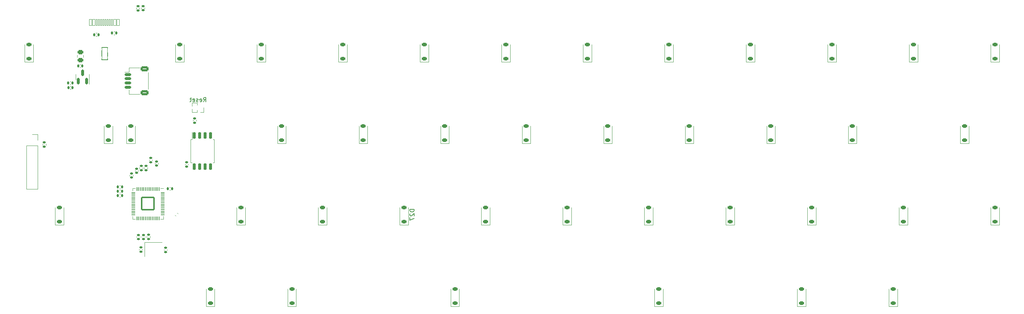
<source format=gbr>
%TF.GenerationSoftware,KiCad,Pcbnew,(7.0.0-0)*%
%TF.CreationDate,2023-04-18T09:58:13-04:00*%
%TF.ProjectId,pi0ii040,70693069-6930-4343-902e-6b696361645f,rev?*%
%TF.SameCoordinates,Original*%
%TF.FileFunction,Legend,Bot*%
%TF.FilePolarity,Positive*%
%FSLAX46Y46*%
G04 Gerber Fmt 4.6, Leading zero omitted, Abs format (unit mm)*
G04 Created by KiCad (PCBNEW (7.0.0-0)) date 2023-04-18 09:58:13*
%MOMM*%
%LPD*%
G01*
G04 APERTURE LIST*
G04 Aperture macros list*
%AMRoundRect*
0 Rectangle with rounded corners*
0 $1 Rounding radius*
0 $2 $3 $4 $5 $6 $7 $8 $9 X,Y pos of 4 corners*
0 Add a 4 corners polygon primitive as box body*
4,1,4,$2,$3,$4,$5,$6,$7,$8,$9,$2,$3,0*
0 Add four circle primitives for the rounded corners*
1,1,$1+$1,$2,$3*
1,1,$1+$1,$4,$5*
1,1,$1+$1,$6,$7*
1,1,$1+$1,$8,$9*
0 Add four rect primitives between the rounded corners*
20,1,$1+$1,$2,$3,$4,$5,0*
20,1,$1+$1,$4,$5,$6,$7,0*
20,1,$1+$1,$6,$7,$8,$9,0*
20,1,$1+$1,$8,$9,$2,$3,0*%
G04 Aperture macros list end*
%ADD10C,0.150000*%
%ADD11C,0.120000*%
%ADD12C,1.750000*%
%ADD13C,3.987800*%
%ADD14C,2.250000*%
%ADD15C,2.200000*%
%ADD16C,3.048000*%
%ADD17RoundRect,0.225000X0.375000X-0.225000X0.375000X0.225000X-0.375000X0.225000X-0.375000X-0.225000X0*%
%ADD18R,1.700000X1.700000*%
%ADD19O,1.700000X1.700000*%
%ADD20RoundRect,0.140000X0.170000X-0.140000X0.170000X0.140000X-0.170000X0.140000X-0.170000X-0.140000X0*%
%ADD21RoundRect,0.135000X-0.185000X0.135000X-0.185000X-0.135000X0.185000X-0.135000X0.185000X0.135000X0*%
%ADD22RoundRect,0.150000X0.150000X-0.587500X0.150000X0.587500X-0.150000X0.587500X-0.150000X-0.587500X0*%
%ADD23RoundRect,0.140000X0.140000X0.170000X-0.140000X0.170000X-0.140000X-0.170000X0.140000X-0.170000X0*%
%ADD24R,1.000000X1.000000*%
%ADD25O,1.000000X1.000000*%
%ADD26RoundRect,0.150000X-0.150000X0.650000X-0.150000X-0.650000X0.150000X-0.650000X0.150000X0.650000X0*%
%ADD27RoundRect,0.140000X-0.170000X0.140000X-0.170000X-0.140000X0.170000X-0.140000X0.170000X0.140000X0*%
%ADD28RoundRect,0.135000X0.135000X0.185000X-0.135000X0.185000X-0.135000X-0.185000X0.135000X-0.185000X0*%
%ADD29RoundRect,0.135000X-0.135000X-0.185000X0.135000X-0.185000X0.135000X0.185000X-0.135000X0.185000X0*%
%ADD30R,1.400000X1.200000*%
%ADD31RoundRect,0.135000X0.185000X-0.135000X0.185000X0.135000X-0.185000X0.135000X-0.185000X-0.135000X0*%
%ADD32RoundRect,0.050000X0.387500X0.050000X-0.387500X0.050000X-0.387500X-0.050000X0.387500X-0.050000X0*%
%ADD33RoundRect,0.050000X0.050000X0.387500X-0.050000X0.387500X-0.050000X-0.387500X0.050000X-0.387500X0*%
%ADD34RoundRect,0.144000X1.456000X1.456000X-1.456000X1.456000X-1.456000X-1.456000X1.456000X-1.456000X0*%
%ADD35R,0.700000X1.000000*%
%ADD36R,0.700000X0.600000*%
%ADD37RoundRect,0.140000X-0.219203X-0.021213X-0.021213X-0.219203X0.219203X0.021213X0.021213X0.219203X0*%
%ADD38RoundRect,0.150000X-0.625000X0.150000X-0.625000X-0.150000X0.625000X-0.150000X0.625000X0.150000X0*%
%ADD39RoundRect,0.250000X-0.650000X0.350000X-0.650000X-0.350000X0.650000X-0.350000X0.650000X0.350000X0*%
%ADD40C,0.750000*%
%ADD41RoundRect,0.050000X-0.300000X-0.725000X0.300000X-0.725000X0.300000X0.725000X-0.300000X0.725000X0*%
%ADD42RoundRect,0.050000X-0.150000X-0.725000X0.150000X-0.725000X0.150000X0.725000X-0.150000X0.725000X0*%
%ADD43O,1.100000X1.700000*%
%ADD44O,1.100000X2.200000*%
%ADD45RoundRect,0.243750X-0.456250X0.243750X-0.456250X-0.243750X0.456250X-0.243750X0.456250X0.243750X0*%
%ADD46RoundRect,0.140000X-0.140000X-0.170000X0.140000X-0.170000X0.140000X0.170000X-0.140000X0.170000X0*%
G04 APERTURE END LIST*
D10*
%TO.C,Reset*%
X70538095Y-78567380D02*
X70871428Y-78091190D01*
X71109523Y-78567380D02*
X71109523Y-77567380D01*
X71109523Y-77567380D02*
X70728571Y-77567380D01*
X70728571Y-77567380D02*
X70633333Y-77615000D01*
X70633333Y-77615000D02*
X70585714Y-77662619D01*
X70585714Y-77662619D02*
X70538095Y-77757857D01*
X70538095Y-77757857D02*
X70538095Y-77900714D01*
X70538095Y-77900714D02*
X70585714Y-77995952D01*
X70585714Y-77995952D02*
X70633333Y-78043571D01*
X70633333Y-78043571D02*
X70728571Y-78091190D01*
X70728571Y-78091190D02*
X71109523Y-78091190D01*
X69728571Y-78519761D02*
X69823809Y-78567380D01*
X69823809Y-78567380D02*
X70014285Y-78567380D01*
X70014285Y-78567380D02*
X70109523Y-78519761D01*
X70109523Y-78519761D02*
X70157142Y-78424523D01*
X70157142Y-78424523D02*
X70157142Y-78043571D01*
X70157142Y-78043571D02*
X70109523Y-77948333D01*
X70109523Y-77948333D02*
X70014285Y-77900714D01*
X70014285Y-77900714D02*
X69823809Y-77900714D01*
X69823809Y-77900714D02*
X69728571Y-77948333D01*
X69728571Y-77948333D02*
X69680952Y-78043571D01*
X69680952Y-78043571D02*
X69680952Y-78138809D01*
X69680952Y-78138809D02*
X70157142Y-78234047D01*
X69299999Y-78519761D02*
X69204761Y-78567380D01*
X69204761Y-78567380D02*
X69014285Y-78567380D01*
X69014285Y-78567380D02*
X68919047Y-78519761D01*
X68919047Y-78519761D02*
X68871428Y-78424523D01*
X68871428Y-78424523D02*
X68871428Y-78376904D01*
X68871428Y-78376904D02*
X68919047Y-78281666D01*
X68919047Y-78281666D02*
X69014285Y-78234047D01*
X69014285Y-78234047D02*
X69157142Y-78234047D01*
X69157142Y-78234047D02*
X69252380Y-78186428D01*
X69252380Y-78186428D02*
X69299999Y-78091190D01*
X69299999Y-78091190D02*
X69299999Y-78043571D01*
X69299999Y-78043571D02*
X69252380Y-77948333D01*
X69252380Y-77948333D02*
X69157142Y-77900714D01*
X69157142Y-77900714D02*
X69014285Y-77900714D01*
X69014285Y-77900714D02*
X68919047Y-77948333D01*
X68061904Y-78519761D02*
X68157142Y-78567380D01*
X68157142Y-78567380D02*
X68347618Y-78567380D01*
X68347618Y-78567380D02*
X68442856Y-78519761D01*
X68442856Y-78519761D02*
X68490475Y-78424523D01*
X68490475Y-78424523D02*
X68490475Y-78043571D01*
X68490475Y-78043571D02*
X68442856Y-77948333D01*
X68442856Y-77948333D02*
X68347618Y-77900714D01*
X68347618Y-77900714D02*
X68157142Y-77900714D01*
X68157142Y-77900714D02*
X68061904Y-77948333D01*
X68061904Y-77948333D02*
X68014285Y-78043571D01*
X68014285Y-78043571D02*
X68014285Y-78138809D01*
X68014285Y-78138809D02*
X68490475Y-78234047D01*
X67728570Y-77900714D02*
X67347618Y-77900714D01*
X67585713Y-77567380D02*
X67585713Y-78424523D01*
X67585713Y-78424523D02*
X67538094Y-78519761D01*
X67538094Y-78519761D02*
X67442856Y-78567380D01*
X67442856Y-78567380D02*
X67347618Y-78567380D01*
%TO.C,D27*%
X119756130Y-103766339D02*
X118756130Y-103766339D01*
X118756130Y-103766339D02*
X118756130Y-104004434D01*
X118756130Y-104004434D02*
X118803750Y-104147291D01*
X118803750Y-104147291D02*
X118898988Y-104242529D01*
X118898988Y-104242529D02*
X118994226Y-104290148D01*
X118994226Y-104290148D02*
X119184702Y-104337767D01*
X119184702Y-104337767D02*
X119327559Y-104337767D01*
X119327559Y-104337767D02*
X119518035Y-104290148D01*
X119518035Y-104290148D02*
X119613273Y-104242529D01*
X119613273Y-104242529D02*
X119708511Y-104147291D01*
X119708511Y-104147291D02*
X119756130Y-104004434D01*
X119756130Y-104004434D02*
X119756130Y-103766339D01*
X118851369Y-104718720D02*
X118803750Y-104766339D01*
X118803750Y-104766339D02*
X118756130Y-104861577D01*
X118756130Y-104861577D02*
X118756130Y-105099672D01*
X118756130Y-105099672D02*
X118803750Y-105194910D01*
X118803750Y-105194910D02*
X118851369Y-105242529D01*
X118851369Y-105242529D02*
X118946607Y-105290148D01*
X118946607Y-105290148D02*
X119041845Y-105290148D01*
X119041845Y-105290148D02*
X119184702Y-105242529D01*
X119184702Y-105242529D02*
X119756130Y-104671101D01*
X119756130Y-104671101D02*
X119756130Y-105290148D01*
X118756130Y-105623482D02*
X118756130Y-106290148D01*
X118756130Y-106290148D02*
X119756130Y-105861577D01*
D11*
%TO.C,D30*%
X173538750Y-107340625D02*
X173538750Y-103330625D01*
X175538750Y-107340625D02*
X173538750Y-107340625D01*
X175538750Y-107340625D02*
X175538750Y-103330625D01*
%TO.C,J2*%
X31830000Y-99015000D02*
X29170000Y-99015000D01*
X31830000Y-88795000D02*
X31830000Y-99015000D01*
X31830000Y-88795000D02*
X29170000Y-88795000D01*
X31830000Y-87525000D02*
X31830000Y-86195000D01*
X31830000Y-86195000D02*
X30500000Y-86195000D01*
X29170000Y-88795000D02*
X29170000Y-99015000D01*
%TO.C,D8*%
X178301250Y-69240625D02*
X178301250Y-65230625D01*
X180301250Y-69240625D02*
X178301250Y-69240625D01*
X180301250Y-69240625D02*
X180301250Y-65230625D01*
%TO.C,D37*%
X128295000Y-126390625D02*
X128295000Y-122380625D01*
X130295000Y-126390625D02*
X128295000Y-126390625D01*
X130295000Y-126390625D02*
X130295000Y-122380625D01*
%TO.C,C_3V-Decoup2*%
X53340000Y-95907836D02*
X53340000Y-95692164D01*
X54060000Y-95907836D02*
X54060000Y-95692164D01*
%TO.C,D14*%
X52563750Y-88290625D02*
X52563750Y-84280625D01*
X54563750Y-88290625D02*
X52563750Y-88290625D01*
X54563750Y-88290625D02*
X54563750Y-84280625D01*
%TO.C,D40*%
X230688750Y-126390625D02*
X230688750Y-122380625D01*
X232688750Y-126390625D02*
X230688750Y-126390625D01*
X232688750Y-126390625D02*
X232688750Y-122380625D01*
%TO.C,R_Shield1*%
X55630000Y-56576359D02*
X55630000Y-56883641D01*
X54870000Y-56576359D02*
X54870000Y-56883641D01*
%TO.C,D28*%
X135438750Y-107340625D02*
X135438750Y-103330625D01*
X137438750Y-107340625D02*
X135438750Y-107340625D01*
X137438750Y-107340625D02*
X137438750Y-103330625D01*
%TO.C,U4*%
X40710000Y-72787500D02*
X40710000Y-73437500D01*
X40710000Y-72787500D02*
X40710000Y-72137500D01*
X43830000Y-72787500D02*
X43830000Y-74462500D01*
X43830000Y-72787500D02*
X43830000Y-72137500D01*
%TO.C,D24*%
X35895000Y-107340625D02*
X35895000Y-103330625D01*
X37895000Y-107340625D02*
X35895000Y-107340625D01*
X37895000Y-107340625D02*
X37895000Y-103330625D01*
%TO.C,C_Crystal2*%
X55540000Y-113227836D02*
X55540000Y-113012164D01*
X56260000Y-113227836D02*
X56260000Y-113012164D01*
%TO.C,C_3V-Decoup5*%
X51127836Y-99860000D02*
X50912164Y-99860000D01*
X51127836Y-99140000D02*
X50912164Y-99140000D01*
%TO.C,C_1V-Decoup2*%
X59240000Y-93127836D02*
X59240000Y-92912164D01*
X59960000Y-93127836D02*
X59960000Y-92912164D01*
%TO.C,D29*%
X154488750Y-107340625D02*
X154488750Y-103330625D01*
X156488750Y-107340625D02*
X154488750Y-107340625D01*
X156488750Y-107340625D02*
X156488750Y-103330625D01*
%TO.C,D3*%
X83051250Y-69240625D02*
X83051250Y-65230625D01*
X85051250Y-69240625D02*
X83051250Y-69240625D01*
X85051250Y-69240625D02*
X85051250Y-65230625D01*
%TO.C,D4*%
X102101250Y-69240625D02*
X102101250Y-65230625D01*
X104101250Y-69240625D02*
X102101250Y-69240625D01*
X104101250Y-69240625D02*
X104101250Y-65230625D01*
%TO.C,D35*%
X71145000Y-126390625D02*
X71145000Y-122380625D01*
X73145000Y-126390625D02*
X71145000Y-126390625D01*
X73145000Y-126390625D02*
X73145000Y-122380625D01*
%TO.C,D20*%
X183063750Y-88290625D02*
X183063750Y-84280625D01*
X185063750Y-88290625D02*
X183063750Y-88290625D01*
X185063750Y-88290625D02*
X185063750Y-84280625D01*
%TO.C,D31*%
X192588750Y-107340625D02*
X192588750Y-103330625D01*
X194588750Y-107340625D02*
X192588750Y-107340625D01*
X194588750Y-107340625D02*
X194588750Y-103330625D01*
%TO.C,Reset*%
X67885000Y-81060000D02*
X67885000Y-80257530D01*
X69090000Y-81060000D02*
X67885000Y-81060000D01*
X69090000Y-81060000D02*
X69090000Y-80513471D01*
X69850000Y-81060000D02*
X70610000Y-81060000D01*
X70610000Y-81060000D02*
X70610000Y-79950000D01*
X67885000Y-79642470D02*
X67885000Y-78840000D01*
X69090000Y-79386529D02*
X69090000Y-78840000D01*
X69090000Y-78840000D02*
X67885000Y-78840000D01*
%TO.C,U2*%
X73020000Y-87375000D02*
X72760000Y-87375000D01*
X67830000Y-87375000D02*
X67830000Y-85700000D01*
X67570000Y-87375000D02*
X67830000Y-87375000D01*
X73020000Y-90100000D02*
X73020000Y-87375000D01*
X73020000Y-90100000D02*
X73020000Y-92825000D01*
X67570000Y-90100000D02*
X67570000Y-87375000D01*
X67570000Y-90100000D02*
X67570000Y-92825000D01*
X73020000Y-92825000D02*
X72760000Y-92825000D01*
X67570000Y-92825000D02*
X67830000Y-92825000D01*
%TO.C,C_3V-Decoup8*%
X56860000Y-110072164D02*
X56860000Y-110287836D01*
X56140000Y-110072164D02*
X56140000Y-110287836D01*
%TO.C,C_Crystal1*%
X62060000Y-113092164D02*
X62060000Y-113307836D01*
X61340000Y-113092164D02*
X61340000Y-113307836D01*
%TO.C,R_USB1*%
X45653641Y-63280000D02*
X45346359Y-63280000D01*
X45653641Y-62520000D02*
X45346359Y-62520000D01*
%TO.C,D19*%
X164013750Y-88290625D02*
X164013750Y-84280625D01*
X166013750Y-88290625D02*
X164013750Y-88290625D01*
X166013750Y-88290625D02*
X166013750Y-84280625D01*
%TO.C,R_USB2*%
X49546359Y-62120000D02*
X49853641Y-62120000D01*
X49546359Y-62880000D02*
X49853641Y-62880000D01*
%TO.C,D39*%
X209257500Y-126390625D02*
X209257500Y-122380625D01*
X211257500Y-126390625D02*
X209257500Y-126390625D01*
X211257500Y-126390625D02*
X211257500Y-122380625D01*
%TO.C,D17*%
X125913750Y-88290625D02*
X125913750Y-84280625D01*
X127913750Y-88290625D02*
X125913750Y-88290625D01*
X127913750Y-88290625D02*
X127913750Y-84280625D01*
%TO.C,D10*%
X216401250Y-69240625D02*
X216401250Y-65230625D01*
X218401250Y-69240625D02*
X216401250Y-69240625D01*
X218401250Y-69240625D02*
X218401250Y-65230625D01*
%TO.C,Y1*%
X56800000Y-111400000D02*
X60800000Y-111400000D01*
X56800000Y-114700000D02*
X56800000Y-111400000D01*
%TO.C,D2*%
X64001250Y-69240625D02*
X64001250Y-65230625D01*
X66001250Y-69240625D02*
X64001250Y-69240625D01*
X66001250Y-69240625D02*
X66001250Y-65230625D01*
%TO.C,R_RST1*%
X32970000Y-88703641D02*
X32970000Y-88396359D01*
X33730000Y-88703641D02*
X33730000Y-88396359D01*
%TO.C,D36*%
X90195000Y-126390625D02*
X90195000Y-122380625D01*
X92195000Y-126390625D02*
X90195000Y-126390625D01*
X92195000Y-126390625D02*
X92195000Y-122380625D01*
%TO.C,C_3V-Decoup1*%
X39557836Y-75630000D02*
X39342164Y-75630000D01*
X39557836Y-74910000D02*
X39342164Y-74910000D01*
%TO.C,U1*%
X61172500Y-106010000D02*
X61172500Y-105360000D01*
X60522500Y-106010000D02*
X61172500Y-106010000D01*
X60522500Y-98790000D02*
X61172500Y-98790000D01*
X54602500Y-106010000D02*
X53952500Y-106010000D01*
X54602500Y-98790000D02*
X53952500Y-98790000D01*
X53952500Y-106010000D02*
X53952500Y-105360000D01*
X53952500Y-98790000D02*
X53952500Y-99440000D01*
D10*
%TO.C,U3*%
X48100000Y-68750000D02*
X46800000Y-68750000D01*
X48100000Y-65850000D02*
X48100000Y-68750000D01*
X46800000Y-65850000D02*
X48100000Y-65850000D01*
X46800000Y-65850000D02*
X46800000Y-68750000D01*
D11*
%TO.C,R_Crystal1*%
X57320000Y-110343641D02*
X57320000Y-110036359D01*
X58080000Y-110343641D02*
X58080000Y-110036359D01*
%TO.C,C_1V-Decoup3*%
X55660000Y-110072164D02*
X55660000Y-110287836D01*
X54940000Y-110072164D02*
X54940000Y-110287836D01*
%TO.C,R_DATA1*%
X57480000Y-93936359D02*
X57480000Y-94243641D01*
X56720000Y-93936359D02*
X56720000Y-94243641D01*
%TO.C,C_3V-Decoup7*%
X51127836Y-98860000D02*
X50912164Y-98860000D01*
X51127836Y-98140000D02*
X50912164Y-98140000D01*
%TO.C,D1*%
X28751250Y-69240625D02*
X28751250Y-65230625D01*
X30751250Y-69240625D02*
X28751250Y-69240625D01*
X30751250Y-69240625D02*
X30751250Y-65230625D01*
%TO.C,D13*%
X47332500Y-88290625D02*
X47332500Y-84280625D01*
X49332500Y-88290625D02*
X47332500Y-88290625D01*
X49332500Y-88290625D02*
X49332500Y-84280625D01*
%TO.C,C_Shield1*%
X56040000Y-56827836D02*
X56040000Y-56612164D01*
X56760000Y-56827836D02*
X56760000Y-56612164D01*
%TO.C,D5*%
X121151250Y-69240625D02*
X121151250Y-65230625D01*
X123151250Y-69240625D02*
X121151250Y-69240625D01*
X123151250Y-69240625D02*
X123151250Y-65230625D01*
%TO.C,D18*%
X144963750Y-88290625D02*
X144963750Y-84280625D01*
X146963750Y-88290625D02*
X144963750Y-88290625D01*
X146963750Y-88290625D02*
X146963750Y-84280625D01*
%TO.C,D22*%
X221163750Y-88290625D02*
X221163750Y-84280625D01*
X223163750Y-88290625D02*
X221163750Y-88290625D01*
X223163750Y-88290625D02*
X223163750Y-84280625D01*
%TO.C,D12*%
X254501250Y-69240625D02*
X254501250Y-65230625D01*
X256501250Y-69240625D02*
X254501250Y-69240625D01*
X256501250Y-69240625D02*
X256501250Y-65230625D01*
%TO.C,C_3V-Decoup9*%
X64378307Y-104569190D02*
X64530810Y-104721693D01*
X63869190Y-105078307D02*
X64021693Y-105230810D01*
%TO.C,D7*%
X159251250Y-69240625D02*
X159251250Y-65230625D01*
X161251250Y-69240625D02*
X159251250Y-69240625D01*
X161251250Y-69240625D02*
X161251250Y-65230625D01*
%TO.C,J1*%
X55615000Y-70590000D02*
X53115000Y-70590000D01*
X53115000Y-70590000D02*
X53115000Y-71640000D01*
X53115000Y-71640000D02*
X52125000Y-71640000D01*
X57585000Y-71760000D02*
X57585000Y-75640000D01*
X55615000Y-76810000D02*
X53115000Y-76810000D01*
X53115000Y-76810000D02*
X53115000Y-75760000D01*
%TO.C,D34*%
X254501250Y-107340625D02*
X254501250Y-103330625D01*
X256501250Y-107340625D02*
X254501250Y-107340625D01*
X256501250Y-107340625D02*
X256501250Y-103330625D01*
%TO.C,C_1V-Decoup1*%
X54540000Y-94807836D02*
X54540000Y-94592164D01*
X55260000Y-94807836D02*
X55260000Y-94592164D01*
%TO.C,R_Flash1*%
X68880000Y-82806359D02*
X68880000Y-83113641D01*
X68120000Y-82806359D02*
X68120000Y-83113641D01*
%TO.C,D9*%
X197351250Y-69240625D02*
X197351250Y-65230625D01*
X199351250Y-69240625D02*
X197351250Y-69240625D01*
X199351250Y-69240625D02*
X199351250Y-65230625D01*
%TO.C,C_3V-Decoup4*%
X51127836Y-100860000D02*
X50912164Y-100860000D01*
X51127836Y-100140000D02*
X50912164Y-100140000D01*
%TO.C,D6*%
X140201250Y-69240625D02*
X140201250Y-65230625D01*
X142201250Y-69240625D02*
X140201250Y-69240625D01*
X142201250Y-69240625D02*
X142201250Y-65230625D01*
%TO.C,D11*%
X235451250Y-69240625D02*
X235451250Y-65230625D01*
X237451250Y-69240625D02*
X235451250Y-69240625D01*
X237451250Y-69240625D02*
X237451250Y-65230625D01*
%TO.C,C_Flash1*%
X66240000Y-93327836D02*
X66240000Y-93112164D01*
X66960000Y-93327836D02*
X66960000Y-93112164D01*
%TO.C,D25*%
X78288750Y-107340625D02*
X78288750Y-103330625D01*
X80288750Y-107340625D02*
X78288750Y-107340625D01*
X80288750Y-107340625D02*
X80288750Y-103330625D01*
%TO.C,D16*%
X106863750Y-88290625D02*
X106863750Y-84280625D01*
X108863750Y-88290625D02*
X106863750Y-88290625D01*
X108863750Y-88290625D02*
X108863750Y-84280625D01*
%TO.C,D15*%
X87813750Y-88290625D02*
X87813750Y-84280625D01*
X89813750Y-88290625D02*
X87813750Y-88290625D01*
X89813750Y-88290625D02*
X89813750Y-84280625D01*
%TO.C,C_3V-Decoup3*%
X57840000Y-92327836D02*
X57840000Y-92112164D01*
X58560000Y-92327836D02*
X58560000Y-92112164D01*
%TO.C,D23*%
X247357500Y-88290625D02*
X247357500Y-84280625D01*
X249357500Y-88290625D02*
X247357500Y-88290625D01*
X249357500Y-88290625D02*
X249357500Y-84280625D01*
%TO.C,D33*%
X233070000Y-107340625D02*
X233070000Y-103330625D01*
X235070000Y-107340625D02*
X233070000Y-107340625D01*
X235070000Y-107340625D02*
X235070000Y-103330625D01*
%TO.C,C_LDO1*%
X41827836Y-70560000D02*
X41612164Y-70560000D01*
X41827836Y-69840000D02*
X41612164Y-69840000D01*
%TO.C,C_LDO2*%
X39527836Y-74530000D02*
X39312164Y-74530000D01*
X39527836Y-73810000D02*
X39312164Y-73810000D01*
%TO.C,F1*%
X42460000Y-67691422D02*
X42460000Y-68208578D01*
X41040000Y-67691422D02*
X41040000Y-68208578D01*
%TO.C,D26*%
X97338750Y-107340625D02*
X97338750Y-103330625D01*
X99338750Y-107340625D02*
X97338750Y-107340625D01*
X99338750Y-107340625D02*
X99338750Y-103330625D01*
%TO.C,D27*%
X116388750Y-107340625D02*
X116388750Y-103330625D01*
X118388750Y-107340625D02*
X116388750Y-107340625D01*
X118388750Y-107340625D02*
X118388750Y-103330625D01*
%TO.C,R_DATA2*%
X56380000Y-93936359D02*
X56380000Y-94243641D01*
X55620000Y-93936359D02*
X55620000Y-94243641D01*
%TO.C,D21*%
X202113750Y-88290625D02*
X202113750Y-84280625D01*
X204113750Y-88290625D02*
X202113750Y-88290625D01*
X204113750Y-88290625D02*
X204113750Y-84280625D01*
%TO.C,D32*%
X211638750Y-107340625D02*
X211638750Y-103330625D01*
X213638750Y-107340625D02*
X211638750Y-107340625D01*
X213638750Y-107340625D02*
X213638750Y-103330625D01*
%TO.C,D38*%
X175920000Y-126390625D02*
X175920000Y-122380625D01*
X177920000Y-126390625D02*
X175920000Y-126390625D01*
X177920000Y-126390625D02*
X177920000Y-122380625D01*
%TO.C,C_3V-Decoup6*%
X62592164Y-98540000D02*
X62807836Y-98540000D01*
X62592164Y-99260000D02*
X62807836Y-99260000D01*
%TD*%
%LPC*%
D12*
%TO.C,MX40*%
X216127500Y-122030625D03*
D13*
X221207500Y-122030625D03*
D12*
X226287500Y-122030625D03*
D14*
X217397500Y-119490625D03*
X223747500Y-116950625D03*
%TD*%
D15*
%TO.C,REF\u002A\u002A*%
X73961208Y-112870529D03*
%TD*%
D12*
%TO.C,MX27*%
X104208750Y-102980625D03*
D13*
X109288750Y-102980625D03*
D12*
X114368750Y-102980625D03*
D14*
X105478750Y-100440625D03*
X111828750Y-97900625D03*
%TD*%
D12*
%TO.C,MX35*%
X58965000Y-122030625D03*
D13*
X64045000Y-122030625D03*
D12*
X69125000Y-122030625D03*
D14*
X60235000Y-119490625D03*
X66585000Y-116950625D03*
%TD*%
D13*
%TO.C,MX38*%
X156913750Y-113775625D03*
D16*
X156913750Y-129015625D03*
D12*
X163740000Y-122030625D03*
D13*
X168820000Y-122030625D03*
D12*
X173900000Y-122030625D03*
D13*
X180726250Y-113775625D03*
D16*
X180726250Y-129015625D03*
D14*
X165010000Y-119490625D03*
X171360000Y-116950625D03*
%TD*%
D12*
%TO.C,MX39*%
X197077500Y-122030625D03*
D13*
X202157500Y-122030625D03*
D12*
X207237500Y-122030625D03*
D14*
X198347500Y-119490625D03*
X204697500Y-116950625D03*
%TD*%
D12*
%TO.C,MX18*%
X132783750Y-83930625D03*
D13*
X137863750Y-83930625D03*
D12*
X142943750Y-83930625D03*
D14*
X134053750Y-81390625D03*
X140403750Y-78850625D03*
%TD*%
D12*
%TO.C,MX15*%
X75633750Y-83930625D03*
D13*
X80713750Y-83930625D03*
D12*
X85793750Y-83930625D03*
D14*
X76903750Y-81390625D03*
X83253750Y-78850625D03*
%TD*%
D12*
%TO.C,MX23*%
X235177500Y-83930625D03*
D13*
X240257500Y-83930625D03*
D12*
X245337500Y-83930625D03*
D14*
X236447500Y-81390625D03*
X242797500Y-78850625D03*
%TD*%
D12*
%TO.C,MX35*%
X56583750Y-122030625D03*
D13*
X61663750Y-122030625D03*
D12*
X66743750Y-122030625D03*
D14*
X57853750Y-119490625D03*
X64203750Y-116950625D03*
%TD*%
D12*
%TO.C,MX2*%
X51821250Y-64880625D03*
D13*
X56901250Y-64880625D03*
D12*
X61981250Y-64880625D03*
D14*
X53091250Y-62340625D03*
X59441250Y-59800625D03*
%TD*%
D12*
%TO.C,MX9*%
X185171250Y-64880625D03*
D13*
X190251250Y-64880625D03*
D12*
X195331250Y-64880625D03*
D14*
X186441250Y-62340625D03*
X192791250Y-59800625D03*
%TD*%
D12*
%TO.C,MX33*%
X220890000Y-102980625D03*
D13*
X225970000Y-102980625D03*
D12*
X231050000Y-102980625D03*
D14*
X222160000Y-100440625D03*
X228510000Y-97900625D03*
%TD*%
D12*
%TO.C,MX19*%
X151833750Y-83930625D03*
D13*
X156913750Y-83930625D03*
D12*
X161993750Y-83930625D03*
D14*
X153103750Y-81390625D03*
X159453750Y-78850625D03*
%TD*%
D12*
%TO.C,MX29*%
X142308750Y-102980625D03*
D13*
X147388750Y-102980625D03*
D12*
X152468750Y-102980625D03*
D14*
X143578750Y-100440625D03*
X149928750Y-97900625D03*
%TD*%
D12*
%TO.C,MX7*%
X147071250Y-64880625D03*
D13*
X152151250Y-64880625D03*
D12*
X157231250Y-64880625D03*
D14*
X148341250Y-62340625D03*
X154691250Y-59800625D03*
%TD*%
D15*
%TO.C,REF\u002A\u002A*%
X147461208Y-93270529D03*
%TD*%
D12*
%TO.C,MX36*%
X78015000Y-122030625D03*
D13*
X83095000Y-122030625D03*
D12*
X88175000Y-122030625D03*
D14*
X79285000Y-119490625D03*
X85635000Y-116950625D03*
%TD*%
D15*
%TO.C,REF\u002A\u002A*%
X208761208Y-113370529D03*
%TD*%
D12*
%TO.C,MX12*%
X242321250Y-64880625D03*
D13*
X247401250Y-64880625D03*
D12*
X252481250Y-64880625D03*
D14*
X243591250Y-62340625D03*
X249941250Y-59800625D03*
%TD*%
D12*
%TO.C,MX16*%
X94683750Y-83930625D03*
D13*
X99763750Y-83930625D03*
D12*
X104843750Y-83930625D03*
D14*
X95953750Y-81390625D03*
X102303750Y-78850625D03*
%TD*%
D12*
%TO.C,MX34*%
X239940000Y-102980625D03*
D13*
X245020000Y-102980625D03*
D12*
X250100000Y-102980625D03*
D14*
X241210000Y-100440625D03*
X247560000Y-97900625D03*
%TD*%
D12*
%TO.C,MX21*%
X189933750Y-83930625D03*
D13*
X195013750Y-83930625D03*
D12*
X200093750Y-83930625D03*
D14*
X191203750Y-81390625D03*
X197553750Y-78850625D03*
%TD*%
D12*
%TO.C,MX4*%
X89921250Y-64880625D03*
D13*
X95001250Y-64880625D03*
D12*
X100081250Y-64880625D03*
D14*
X91191250Y-62340625D03*
X97541250Y-59800625D03*
%TD*%
D12*
%TO.C,MX34*%
X242321250Y-102980625D03*
D13*
X247401250Y-102980625D03*
D12*
X252481250Y-102980625D03*
D14*
X243591250Y-100440625D03*
X249941250Y-97900625D03*
%TD*%
D12*
%TO.C,MX17*%
X113733750Y-83930625D03*
D13*
X118813750Y-83930625D03*
D12*
X123893750Y-83930625D03*
D14*
X115003750Y-81390625D03*
X121353750Y-78850625D03*
%TD*%
D12*
%TO.C,MX13*%
X35152500Y-83930625D03*
D13*
X40232500Y-83930625D03*
D12*
X45312500Y-83930625D03*
D14*
X36422500Y-81390625D03*
X42772500Y-78850625D03*
%TD*%
D12*
%TO.C,MX20*%
X170883750Y-83930625D03*
D13*
X175963750Y-83930625D03*
D12*
X181043750Y-83930625D03*
D14*
X172153750Y-81390625D03*
X178503750Y-78850625D03*
%TD*%
D12*
%TO.C,MX28*%
X123258750Y-102980625D03*
D13*
X128338750Y-102980625D03*
D12*
X133418750Y-102980625D03*
D14*
X124528750Y-100440625D03*
X130878750Y-97900625D03*
%TD*%
D12*
%TO.C,MX25*%
X66108750Y-102980625D03*
D13*
X71188750Y-102980625D03*
D12*
X76268750Y-102980625D03*
D14*
X67378750Y-100440625D03*
X73728750Y-97900625D03*
%TD*%
D13*
%TO.C,MX37*%
X85476250Y-113775625D03*
D16*
X85476250Y-129015625D03*
D12*
X137546250Y-122030625D03*
D13*
X142626250Y-122030625D03*
D12*
X147706250Y-122030625D03*
D13*
X199776250Y-113775625D03*
D16*
X199776250Y-129015625D03*
D14*
X138816250Y-119490625D03*
X145166250Y-116950625D03*
%TD*%
D12*
%TO.C,MX6*%
X128021250Y-64880625D03*
D13*
X133101250Y-64880625D03*
D12*
X138181250Y-64880625D03*
D14*
X129291250Y-62340625D03*
X135641250Y-59800625D03*
%TD*%
D12*
%TO.C,MX30*%
X161358750Y-102980625D03*
D13*
X166438750Y-102980625D03*
D12*
X171518750Y-102980625D03*
D14*
X162628750Y-100440625D03*
X168978750Y-97900625D03*
%TD*%
D12*
%TO.C,MX40*%
X218508750Y-122030625D03*
D13*
X223588750Y-122030625D03*
D12*
X228668750Y-122030625D03*
D14*
X219778750Y-119490625D03*
X226128750Y-116950625D03*
%TD*%
D12*
%TO.C,MX3*%
X70871250Y-64880625D03*
D13*
X75951250Y-64880625D03*
D12*
X81031250Y-64880625D03*
D14*
X72141250Y-62340625D03*
X78491250Y-59800625D03*
%TD*%
D15*
%TO.C,REF\u002A\u002A*%
X218861208Y-74170529D03*
%TD*%
D12*
%TO.C,MX10*%
X204221250Y-64880625D03*
D13*
X209301250Y-64880625D03*
D12*
X214381250Y-64880625D03*
D14*
X205491250Y-62340625D03*
X211841250Y-59800625D03*
%TD*%
D12*
%TO.C,MX24*%
X39915000Y-102980625D03*
D13*
X44995000Y-102980625D03*
D12*
X50075000Y-102980625D03*
D14*
X41185000Y-100440625D03*
X47535000Y-97900625D03*
%TD*%
D12*
%TO.C,MX32*%
X199458750Y-102980625D03*
D13*
X204538750Y-102980625D03*
D12*
X209618750Y-102980625D03*
D14*
X200728750Y-100440625D03*
X207078750Y-97900625D03*
%TD*%
D12*
%TO.C,MX1*%
X32771250Y-64880625D03*
D13*
X37851250Y-64880625D03*
D12*
X42931250Y-64880625D03*
D14*
X34041250Y-62340625D03*
X40391250Y-59800625D03*
%TD*%
D12*
%TO.C,MX8*%
X166121250Y-64880625D03*
D13*
X171201250Y-64880625D03*
D12*
X176281250Y-64880625D03*
D14*
X167391250Y-62340625D03*
X173741250Y-59800625D03*
%TD*%
D12*
%TO.C,MX33*%
X218508750Y-102980625D03*
D13*
X223588750Y-102980625D03*
D12*
X228668750Y-102980625D03*
D14*
X219778750Y-100440625D03*
X226128750Y-97900625D03*
%TD*%
D12*
%TO.C,MX26*%
X85158750Y-102980625D03*
D13*
X90238750Y-102980625D03*
D12*
X95318750Y-102980625D03*
D14*
X86428750Y-100440625D03*
X92778750Y-97900625D03*
%TD*%
D12*
%TO.C,MX22*%
X208983750Y-83930625D03*
D13*
X214063750Y-83930625D03*
D12*
X219143750Y-83930625D03*
D14*
X210253750Y-81390625D03*
X216603750Y-78850625D03*
%TD*%
D13*
%TO.C,MX37*%
X109288750Y-113775625D03*
D16*
X109288750Y-129015625D03*
D12*
X116115000Y-122030625D03*
D13*
X121195000Y-122030625D03*
D12*
X126275000Y-122030625D03*
D13*
X133101250Y-113775625D03*
D16*
X133101250Y-129015625D03*
D14*
X117385000Y-119490625D03*
X123735000Y-116950625D03*
%TD*%
D12*
%TO.C,MX31*%
X180408750Y-102980625D03*
D13*
X185488750Y-102980625D03*
D12*
X190568750Y-102980625D03*
D14*
X181678750Y-100440625D03*
X188028750Y-97900625D03*
%TD*%
D12*
%TO.C,MX14*%
X56583750Y-83930625D03*
D13*
X61663750Y-83930625D03*
D12*
X66743750Y-83930625D03*
D14*
X57853750Y-81390625D03*
X64203750Y-78850625D03*
%TD*%
D12*
%TO.C,MX11*%
X223271250Y-64880625D03*
D13*
X228351250Y-64880625D03*
D12*
X233431250Y-64880625D03*
D14*
X224541250Y-62340625D03*
X230891250Y-59800625D03*
%TD*%
D12*
%TO.C,MX5*%
X108971250Y-64880625D03*
D13*
X114051250Y-64880625D03*
D12*
X119131250Y-64880625D03*
D14*
X110241250Y-62340625D03*
X116591250Y-59800625D03*
%TD*%
D15*
%TO.C,REF\u002A\u002A*%
X71161208Y-74870529D03*
%TD*%
D17*
%TO.C,D30*%
X174538750Y-106630625D03*
X174538750Y-103330625D03*
%TD*%
D18*
%TO.C,J2*%
X30499999Y-87524999D03*
D19*
X30499999Y-90064999D03*
X30499999Y-92604999D03*
X30499999Y-95144999D03*
X30499999Y-97684999D03*
%TD*%
D17*
%TO.C,D8*%
X179301250Y-68530625D03*
X179301250Y-65230625D03*
%TD*%
%TO.C,D37*%
X129295000Y-125680625D03*
X129295000Y-122380625D03*
%TD*%
D20*
%TO.C,C_3V-Decoup2*%
X53700000Y-96280000D03*
X53700000Y-95320000D03*
%TD*%
D17*
%TO.C,D14*%
X53563750Y-87580625D03*
X53563750Y-84280625D03*
%TD*%
%TO.C,D40*%
X231688750Y-125680625D03*
X231688750Y-122380625D03*
%TD*%
D21*
%TO.C,R_Shield1*%
X55250000Y-56220000D03*
X55250000Y-57240000D03*
%TD*%
D17*
%TO.C,D28*%
X136438750Y-106630625D03*
X136438750Y-103330625D03*
%TD*%
D22*
%TO.C,U4*%
X43220000Y-73725000D03*
X41320000Y-73725000D03*
X42270000Y-71850000D03*
%TD*%
D17*
%TO.C,D24*%
X36895000Y-106630625D03*
X36895000Y-103330625D03*
%TD*%
D20*
%TO.C,C_Crystal2*%
X55900000Y-113600000D03*
X55900000Y-112640000D03*
%TD*%
D23*
%TO.C,C_3V-Decoup5*%
X51500000Y-99500000D03*
X50540000Y-99500000D03*
%TD*%
D20*
%TO.C,C_1V-Decoup2*%
X59600000Y-93500000D03*
X59600000Y-92540000D03*
%TD*%
D17*
%TO.C,D29*%
X155488750Y-106630625D03*
X155488750Y-103330625D03*
%TD*%
%TO.C,D3*%
X84051250Y-68530625D03*
X84051250Y-65230625D03*
%TD*%
%TO.C,D4*%
X103101250Y-68530625D03*
X103101250Y-65230625D03*
%TD*%
%TO.C,D35*%
X72145000Y-125680625D03*
X72145000Y-122380625D03*
%TD*%
%TO.C,D20*%
X184063750Y-87580625D03*
X184063750Y-84280625D03*
%TD*%
%TO.C,D31*%
X193588750Y-106630625D03*
X193588750Y-103330625D03*
%TD*%
D24*
%TO.C,Reset*%
X69849999Y-79949999D03*
D25*
X68579999Y-79949999D03*
%TD*%
D26*
%TO.C,U2*%
X68390000Y-86500000D03*
X69660000Y-86500000D03*
X70930000Y-86500000D03*
X72200000Y-86500000D03*
X72200000Y-93700000D03*
X70930000Y-93700000D03*
X69660000Y-93700000D03*
X68390000Y-93700000D03*
%TD*%
D27*
%TO.C,C_3V-Decoup8*%
X56500000Y-109700000D03*
X56500000Y-110660000D03*
%TD*%
%TO.C,C_Crystal1*%
X61700000Y-112720000D03*
X61700000Y-113680000D03*
%TD*%
D28*
%TO.C,R_USB1*%
X46010000Y-62900000D03*
X44990000Y-62900000D03*
%TD*%
D17*
%TO.C,D19*%
X165013750Y-87580625D03*
X165013750Y-84280625D03*
%TD*%
D29*
%TO.C,R_USB2*%
X49190000Y-62500000D03*
X50210000Y-62500000D03*
%TD*%
D17*
%TO.C,D39*%
X210257500Y-125680625D03*
X210257500Y-122380625D03*
%TD*%
%TO.C,D17*%
X126913750Y-87580625D03*
X126913750Y-84280625D03*
%TD*%
%TO.C,D10*%
X217401250Y-68530625D03*
X217401250Y-65230625D03*
%TD*%
D30*
%TO.C,Y1*%
X57699999Y-112199999D03*
X59899999Y-112199999D03*
X59899999Y-113899999D03*
X57699999Y-113899999D03*
%TD*%
D17*
%TO.C,D2*%
X65001250Y-68530625D03*
X65001250Y-65230625D03*
%TD*%
D31*
%TO.C,R_RST1*%
X33350000Y-89060000D03*
X33350000Y-88040000D03*
%TD*%
D17*
%TO.C,D36*%
X91195000Y-125680625D03*
X91195000Y-122380625D03*
%TD*%
D23*
%TO.C,C_3V-Decoup1*%
X39930000Y-75270000D03*
X38970000Y-75270000D03*
%TD*%
D32*
%TO.C,U1*%
X61000000Y-99800000D03*
X61000000Y-100200000D03*
X61000000Y-100600000D03*
X61000000Y-101000000D03*
X61000000Y-101400000D03*
X61000000Y-101800000D03*
X61000000Y-102200000D03*
X61000000Y-102600000D03*
X61000000Y-103000000D03*
X61000000Y-103400000D03*
X61000000Y-103800000D03*
X61000000Y-104200000D03*
X61000000Y-104600000D03*
X61000000Y-105000000D03*
D33*
X60162500Y-105837500D03*
X59762500Y-105837500D03*
X59362500Y-105837500D03*
X58962500Y-105837500D03*
X58562500Y-105837500D03*
X58162500Y-105837500D03*
X57762500Y-105837500D03*
X57362500Y-105837500D03*
X56962500Y-105837500D03*
X56562500Y-105837500D03*
X56162500Y-105837500D03*
X55762500Y-105837500D03*
X55362500Y-105837500D03*
X54962500Y-105837500D03*
D32*
X54125000Y-105000000D03*
X54125000Y-104600000D03*
X54125000Y-104200000D03*
X54125000Y-103800000D03*
X54125000Y-103400000D03*
X54125000Y-103000000D03*
X54125000Y-102600000D03*
X54125000Y-102200000D03*
X54125000Y-101800000D03*
X54125000Y-101400000D03*
X54125000Y-101000000D03*
X54125000Y-100600000D03*
X54125000Y-100200000D03*
X54125000Y-99800000D03*
D33*
X54962500Y-98962500D03*
X55362500Y-98962500D03*
X55762500Y-98962500D03*
X56162500Y-98962500D03*
X56562500Y-98962500D03*
X56962500Y-98962500D03*
X57362500Y-98962500D03*
X57762500Y-98962500D03*
X58162500Y-98962500D03*
X58562500Y-98962500D03*
X58962500Y-98962500D03*
X59362500Y-98962500D03*
X59762500Y-98962500D03*
X60162500Y-98962500D03*
D34*
X57562500Y-102400000D03*
%TD*%
D35*
%TO.C,U3*%
X48449999Y-66549999D03*
D36*
X48449999Y-68249999D03*
X46449999Y-68249999D03*
X46449999Y-66349999D03*
%TD*%
D31*
%TO.C,R_Crystal1*%
X57700000Y-110700000D03*
X57700000Y-109680000D03*
%TD*%
D27*
%TO.C,C_1V-Decoup3*%
X55300000Y-109700000D03*
X55300000Y-110660000D03*
%TD*%
D21*
%TO.C,R_DATA1*%
X57100000Y-93580000D03*
X57100000Y-94600000D03*
%TD*%
D23*
%TO.C,C_3V-Decoup7*%
X51500000Y-98500000D03*
X50540000Y-98500000D03*
%TD*%
D17*
%TO.C,D1*%
X29751250Y-68530625D03*
X29751250Y-65230625D03*
%TD*%
%TO.C,D13*%
X48332500Y-87580625D03*
X48332500Y-84280625D03*
%TD*%
D20*
%TO.C,C_Shield1*%
X56400000Y-57200000D03*
X56400000Y-56240000D03*
%TD*%
D17*
%TO.C,D5*%
X122151250Y-68530625D03*
X122151250Y-65230625D03*
%TD*%
%TO.C,D18*%
X145963750Y-87580625D03*
X145963750Y-84280625D03*
%TD*%
%TO.C,D22*%
X222163750Y-87580625D03*
X222163750Y-84280625D03*
%TD*%
%TO.C,D12*%
X255501250Y-68530625D03*
X255501250Y-65230625D03*
%TD*%
D37*
%TO.C,C_3V-Decoup9*%
X63860589Y-104560589D03*
X64539411Y-105239411D03*
%TD*%
D17*
%TO.C,D7*%
X160251250Y-68530625D03*
X160251250Y-65230625D03*
%TD*%
D38*
%TO.C,J1*%
X52900000Y-72200000D03*
X52900000Y-73200000D03*
X52900000Y-74200000D03*
X52900000Y-75200000D03*
D39*
X56775000Y-70900000D03*
X56775000Y-76500000D03*
%TD*%
D17*
%TO.C,D34*%
X255501250Y-106630625D03*
X255501250Y-103330625D03*
%TD*%
D20*
%TO.C,C_1V-Decoup1*%
X54900000Y-95180000D03*
X54900000Y-94220000D03*
%TD*%
D21*
%TO.C,R_Flash1*%
X68500000Y-82450000D03*
X68500000Y-83470000D03*
%TD*%
D17*
%TO.C,D9*%
X198351250Y-68530625D03*
X198351250Y-65230625D03*
%TD*%
D23*
%TO.C,C_3V-Decoup4*%
X51500000Y-100500000D03*
X50540000Y-100500000D03*
%TD*%
D17*
%TO.C,D6*%
X141201250Y-68530625D03*
X141201250Y-65230625D03*
%TD*%
%TO.C,D11*%
X236451250Y-68530625D03*
X236451250Y-65230625D03*
%TD*%
D20*
%TO.C,C_Flash1*%
X66600000Y-93700000D03*
X66600000Y-92740000D03*
%TD*%
D17*
%TO.C,D25*%
X79288750Y-106630625D03*
X79288750Y-103330625D03*
%TD*%
D40*
%TO.C,USB1*%
X44486250Y-58633725D03*
X50266250Y-58633725D03*
D41*
X44151250Y-60078725D03*
X44926250Y-60078725D03*
D42*
X45626250Y-60078725D03*
X46126250Y-60078725D03*
X46626250Y-60078725D03*
X47126250Y-60078725D03*
X47626250Y-60078725D03*
X48126250Y-60078725D03*
X48626250Y-60078725D03*
X49126250Y-60078725D03*
D41*
X49826250Y-60078725D03*
X50601250Y-60078725D03*
D43*
X43056249Y-54983724D03*
D44*
X43056249Y-59163724D03*
D43*
X51696249Y-54983724D03*
D44*
X51696249Y-59163724D03*
%TD*%
D17*
%TO.C,D16*%
X107863750Y-87580625D03*
X107863750Y-84280625D03*
%TD*%
%TO.C,D15*%
X88813750Y-87580625D03*
X88813750Y-84280625D03*
%TD*%
D20*
%TO.C,C_3V-Decoup3*%
X58200000Y-92700000D03*
X58200000Y-91740000D03*
%TD*%
D17*
%TO.C,D23*%
X248357500Y-87580625D03*
X248357500Y-84280625D03*
%TD*%
%TO.C,D33*%
X234070000Y-106630625D03*
X234070000Y-103330625D03*
%TD*%
D23*
%TO.C,C_LDO1*%
X42200000Y-70200000D03*
X41240000Y-70200000D03*
%TD*%
%TO.C,C_LDO2*%
X39900000Y-74170000D03*
X38940000Y-74170000D03*
%TD*%
D45*
%TO.C,F1*%
X41750000Y-67012500D03*
X41750000Y-68887500D03*
%TD*%
D17*
%TO.C,D26*%
X98338750Y-106630625D03*
X98338750Y-103330625D03*
%TD*%
%TO.C,D27*%
X117388750Y-106630625D03*
X117388750Y-103330625D03*
%TD*%
D21*
%TO.C,R_DATA2*%
X56000000Y-93580000D03*
X56000000Y-94600000D03*
%TD*%
D17*
%TO.C,D21*%
X203113750Y-87580625D03*
X203113750Y-84280625D03*
%TD*%
%TO.C,D32*%
X212638750Y-106630625D03*
X212638750Y-103330625D03*
%TD*%
%TO.C,D38*%
X176920000Y-125680625D03*
X176920000Y-122380625D03*
%TD*%
D46*
%TO.C,C_3V-Decoup6*%
X62220000Y-98900000D03*
X63180000Y-98900000D03*
%TD*%
M02*

</source>
